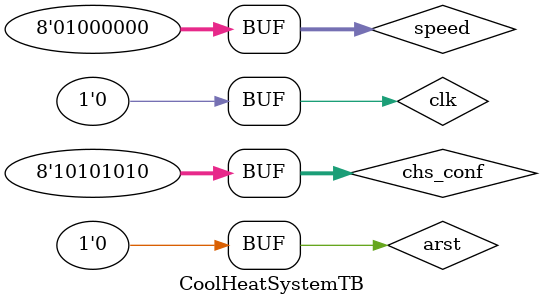
<source format=v>
`timescale 1ns / 1ps


module CoolHeatSystemTB;

	// Inputs
	reg arst;
	reg clk;
	reg [7:0] speed;
	reg [7:0] chs_conf;

	// Outputs
	wire [3:0] chs_power;
	wire chs_mode;
	wire pwm_data;

	// Instantiate the Unit Under Test (UUT)
	CoolHeatSystem uut (
		.arst(arst), 
		.clk(clk), 
		.speed(speed), 
		.chs_conf(chs_conf), 
		.chs_power(chs_power), 
		.chs_mode(chs_mode), 
		.pwm_data(pwm_data)
	);
	
	initial begin
		clk = 0;
		repeat (256)
			# 10 clk = ~ clk;
	end

	initial begin
		// Initialize Inputs
		arst = 0;
		speed = 8'b01000000;
		chs_conf = 8'b10101010;
	end
      
endmodule


</source>
